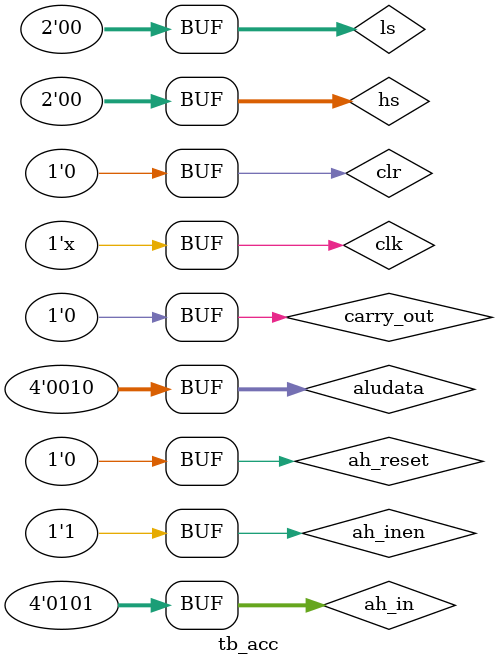
<source format=v>
`timescale 1ns / 1ps
module tb_acc;
// Inputs
   reg ah_reset, clr, clk, ah_inen, carry_out;
   reg [1:0] hs;
   reg [1:0] ls; 
   reg [3:0] aludata;
   reg [3:0] ah_in;
    
   wire [3:0] ah_out;
   wire [3:0] al_out;
  
   acc UUT (.ah_reset(ah_reset), .clr(clr), .clk(clk), .ah_in(ah_in),  .aludata(aludata), .ah_inen(ah_inen), 
	.carry_out(carry_out),.ah_out(ah_out), .al_out(al_out),.hs(hs), .ls(ls)  
   );
   
   always #50 clk = ~clk;
   // Initialize Inputs
   initial begin
        aludata = 4'b0010;
        ah_in = 4'b0101;
		ah_reset = 0;
		clk = 0;
		ah_inen = 0;
		carry_out = 0;
		hs=2'b00;
		ls=2'b00;
		clr = 1;
		
		#100; clr=0;
		#100; hs=2'b11;
		#100; hs=2'b00; 
		#100; ah_inen=1; hs=2'b11;
		#100; hs=2'b00; ls=2'b11;
		#100; ls=2'b00;
		#100; hs=2'b01; ls=2'b01;
		#100; hs=2'b00; ls=2'b00;
		#100; hs=2'b10; ls=2'b01;
		#100; hs=2'b00; ls=2'b00;
		#100; hs=2'b10; ls=2'b10;
		#100; hs=2'b00; ls=2'b00;
		#100; ah_reset=1;
		#100; ah_reset=0;
		#100;
    end
endmodule
</source>
